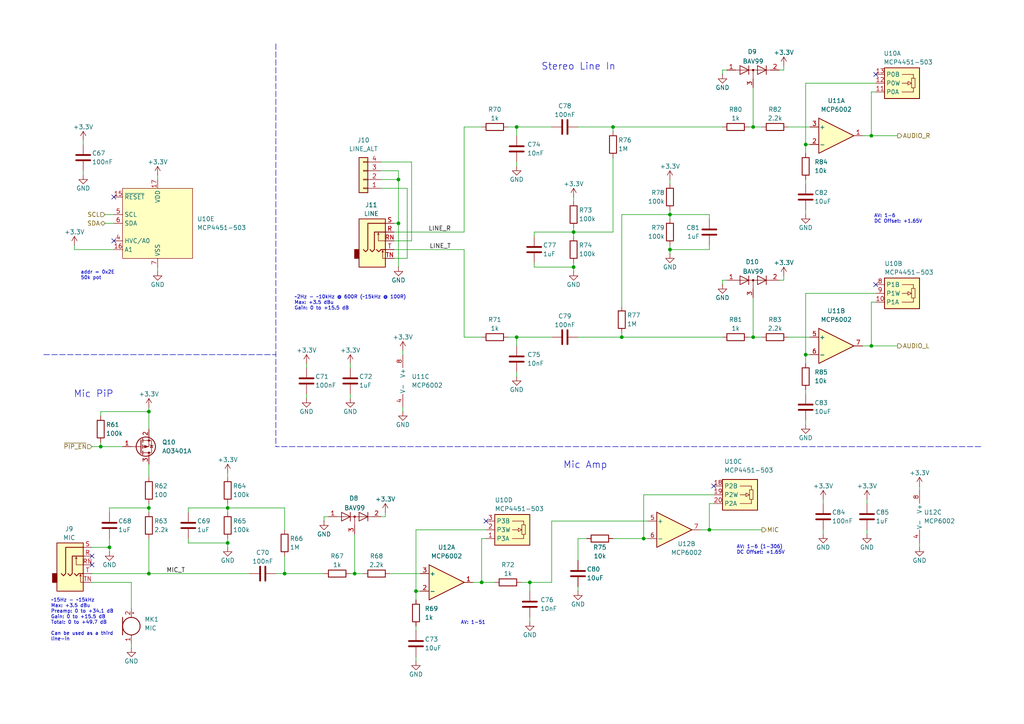
<source format=kicad_sch>
(kicad_sch (version 20231120) (generator "eeschema") (generator_version "8.0")
  (paper "A4")
  (title_block (title "SW32") (date "2024-06-12") (rev "1") (company "saawsm") (comment 2 "Gain can be controlled via firmware.") (comment 3 "Mono microphone input can also act as a third line-level input.") (comment 4 "Stereo line-level audio and mono microphone input frontend."))
  (junction (at 29.21 129.54))
  (junction (at 31.75 158.75))
  (junction (at 194.31 62.23))
  (junction (at 186.69 156.21))
  (junction (at 166.37 77.47))
  (junction (at 102.87 166.37))
  (junction (at 252.73 39.37))
  (junction (at 139.7 168.91))
  (junction (at 120.65 171.45))
  (junction (at 194.31 72.39))
  (junction (at 149.86 97.79))
  (junction (at 43.18 166.37))
  (junction (at 218.44 97.79))
  (junction (at 66.04 147.32))
  (junction (at 66.04 157.48))
  (junction (at 43.18 147.32))
  (junction (at 233.68 41.91))
  (junction (at 218.44 36.83))
  (junction (at 149.86 36.83))
  (junction (at 115.57 64.77))
  (junction (at 153.67 168.91))
  (junction (at 43.18 119.38))
  (junction (at 205.74 153.67))
  (junction (at 180.34 97.79))
  (junction (at 233.68 102.87))
  (junction (at 252.73 100.33))
  (junction (at 82.55 166.37))
  (junction (at 166.37 67.31))
  (junction (at 115.57 52.07))
  (junction (at 177.8 36.83))
  (no_connect (at 33.02 69.85))
  (no_connect (at 26.67 161.29))
  (no_connect (at 254 82.55))
  (no_connect (at 207.01 140.97))
  (no_connect (at 26.67 163.83))
  (no_connect (at 254 21.59))
  (no_connect (at 140.97 151.13))
  (no_connect (at 33.02 57.15))
  (wire (pts (xy 218.44 97.79) (xy 220.98 97.79)))
  (wire (pts (xy 147.32 36.83) (xy 149.86 36.83)))
  (wire (pts (xy 43.18 146.05) (xy 43.18 147.32)))
  (wire (pts (xy 251.46 154.94) (xy 251.46 153.67)))
  (wire (pts (xy 233.68 53.34) (xy 233.68 52.07)))
  (wire (pts (xy 114.3 69.85) (xy 119.38 69.85)))
  (wire (pts (xy 160.02 151.13) (xy 160.02 168.91)))
  (wire (pts (xy 21.59 71.12) (xy 21.59 72.39)))
  (wire (pts (xy 203.2 153.67) (xy 205.74 153.67)))
  (wire (pts (xy 120.65 182.88) (xy 120.65 181.61)))
  (wire (pts (xy 194.31 73.66) (xy 194.31 72.39)))
  (wire (pts (xy 120.65 171.45) (xy 121.92 171.45)))
  (wire (pts (xy 177.8 45.72) (xy 177.8 67.31)))
  (wire (pts (xy 217.17 36.83) (xy 218.44 36.83)))
  (wire (pts (xy 111.76 149.86) (xy 110.49 149.86)))
  (wire (pts (xy 167.64 156.21) (xy 170.18 156.21)))
  (wire (pts (xy 266.7 140.97) (xy 266.7 142.24)))
  (wire (pts (xy 227.33 20.32) (xy 226.06 20.32)))
  (wire (pts (xy 82.55 161.29) (xy 82.55 166.37)))
  (wire (pts (xy 101.6 166.37) (xy 102.87 166.37)))
  (wire (pts (xy 154.94 68.58) (xy 154.94 67.31)))
  (wire (pts (xy 111.76 148.59) (xy 111.76 149.86)))
  (wire (pts (xy 115.57 64.77) (xy 115.57 52.07)))
  (wire (pts (xy 227.33 81.28) (xy 226.06 81.28)))
  (wire (pts (xy 139.7 168.91) (xy 143.51 168.91)))
  (wire (pts (xy 54.61 148.59) (xy 54.61 147.32)))
  (wire (pts (xy 54.61 157.48) (xy 66.04 157.48)))
  (wire (pts (xy 43.18 118.11) (xy 43.18 119.38)))
  (wire (pts (xy 149.86 97.79) (xy 160.02 97.79)))
  (wire (pts (xy 233.68 102.87) (xy 233.68 105.41)))
  (wire (pts (xy 43.18 134.62) (xy 43.18 138.43)))
  (wire (pts (xy 45.72 50.8) (xy 45.72 52.07)))
  (wire (pts (xy 102.87 166.37) (xy 105.41 166.37)))
  (wire (pts (xy 154.94 77.47) (xy 166.37 77.47)))
  (wire (pts (xy 167.64 97.79) (xy 180.34 97.79)))
  (wire (pts (xy 166.37 57.15) (xy 166.37 58.42)))
  (wire (pts (xy 54.61 147.32) (xy 66.04 147.32)))
  (wire (pts (xy 254 26.67) (xy 252.73 26.67)))
  (wire (pts (xy 110.49 52.07) (xy 115.57 52.07)))
  (wire (pts (xy 114.3 67.31) (xy 134.62 67.31)))
  (wire (pts (xy 233.68 102.87) (xy 234.95 102.87)))
  (wire (pts (xy 252.73 39.37) (xy 260.35 39.37)))
  (wire (pts (xy 31.75 160.02) (xy 31.75 158.75)))
  (wire (pts (xy 43.18 166.37) (xy 72.39 166.37)))
  (wire (pts (xy 166.37 67.31) (xy 166.37 66.04)))
  (wire (pts (xy 233.68 85.09) (xy 254 85.09)))
  (wire (pts (xy 194.31 71.12) (xy 194.31 72.39)))
  (wire (pts (xy 38.1 168.91) (xy 38.1 176.53)))
  (wire (pts (xy 119.38 69.85) (xy 119.38 46.99)))
  (wire (pts (xy 194.31 52.07) (xy 194.31 53.34)))
  (wire (pts (xy 167.64 171.45) (xy 167.64 170.18)))
  (wire (pts (xy 24.13 40.64) (xy 24.13 41.91)))
  (wire (pts (xy 205.74 146.05) (xy 205.74 153.67)))
  (wire (pts (xy 54.61 156.21) (xy 54.61 157.48)))
  (wire (pts (xy 66.04 158.75) (xy 66.04 157.48)))
  (wire (pts (xy 137.16 168.91) (xy 139.7 168.91)))
  (wire (pts (xy 194.31 62.23) (xy 194.31 60.96)))
  (wire (pts (xy 115.57 49.53) (xy 115.57 52.07)))
  (wire (pts (xy 93.98 149.86) (xy 95.25 149.86)))
  (wire (pts (xy 29.21 129.54) (xy 35.56 129.54)))
  (wire (pts (xy 180.34 96.52) (xy 180.34 97.79)))
  (wire (pts (xy 177.8 36.83) (xy 177.8 38.1)))
  (wire (pts (xy 166.37 68.58) (xy 166.37 67.31)))
  (wire (pts (xy 167.64 156.21) (xy 167.64 162.56)))
  (wire (pts (xy 43.18 147.32) (xy 43.18 148.59)))
  (wire (pts (xy 66.04 147.32) (xy 82.55 147.32)))
  (wire (pts (xy 238.76 154.94) (xy 238.76 153.67)))
  (wire (pts (xy 218.44 86.36) (xy 218.44 97.79)))
  (wire (pts (xy 153.67 179.07) (xy 153.67 180.34)))
  (wire (pts (xy 250.19 39.37) (xy 252.73 39.37)))
  (wire (pts (xy 228.6 97.79) (xy 234.95 97.79)))
  (wire (pts (xy 207.01 146.05) (xy 205.74 146.05)))
  (wire (pts (xy 205.74 71.12) (xy 205.74 72.39)))
  (wire (pts (xy 134.62 97.79) (xy 134.62 72.39)))
  (wire (pts (xy 153.67 168.91) (xy 160.02 168.91)))
  (wire (pts (xy 251.46 144.78) (xy 251.46 146.05)))
  (wire (pts (xy 180.34 62.23) (xy 180.34 88.9)))
  (wire (pts (xy 26.67 129.54) (xy 29.21 129.54)))
  (wire (pts (xy 177.8 67.31) (xy 166.37 67.31)))
  (wire (pts (xy 149.86 97.79) (xy 149.86 100.33)))
  (wire (pts (xy 119.38 46.99) (xy 110.49 46.99)))
  (polyline (pts (xy 12.7 102.87) (xy 80.01 102.87)) (stroke (width 0) (type dash)))
  (wire (pts (xy 194.31 63.5) (xy 194.31 62.23)))
  (wire (pts (xy 31.75 158.75) (xy 31.75 156.21)))
  (wire (pts (xy 134.62 67.31) (xy 134.62 36.83)))
  (wire (pts (xy 167.64 36.83) (xy 177.8 36.83)))
  (wire (pts (xy 252.73 87.63) (xy 252.73 100.33)))
  (wire (pts (xy 120.65 171.45) (xy 120.65 173.99)))
  (wire (pts (xy 29.21 119.38) (xy 43.18 119.38)))
  (wire (pts (xy 238.76 144.78) (xy 238.76 146.05)))
  (wire (pts (xy 177.8 36.83) (xy 209.55 36.83)))
  (wire (pts (xy 43.18 119.38) (xy 43.18 124.46)))
  (wire (pts (xy 209.55 81.28) (xy 210.82 81.28)))
  (wire (pts (xy 82.55 153.67) (xy 82.55 147.32)))
  (wire (pts (xy 140.97 156.21) (xy 139.7 156.21)))
  (wire (pts (xy 88.9 115.57) (xy 88.9 114.3)))
  (wire (pts (xy 205.74 63.5) (xy 205.74 62.23)))
  (wire (pts (xy 101.6 105.41) (xy 101.6 106.68)))
  (wire (pts (xy 250.19 100.33) (xy 252.73 100.33)))
  (wire (pts (xy 205.74 153.67) (xy 220.98 153.67)))
  (wire (pts (xy 139.7 156.21) (xy 139.7 168.91)))
  (wire (pts (xy 118.11 74.93) (xy 114.3 74.93)))
  (wire (pts (xy 151.13 168.91) (xy 153.67 168.91)))
  (wire (pts (xy 205.74 62.23) (xy 194.31 62.23)))
  (wire (pts (xy 233.68 123.19) (xy 233.68 121.92)))
  (wire (pts (xy 26.67 158.75) (xy 31.75 158.75)))
  (wire (pts (xy 30.48 64.77) (xy 33.02 64.77)))
  (wire (pts (xy 24.13 50.8) (xy 24.13 49.53)))
  (wire (pts (xy 115.57 77.47) (xy 115.57 64.77)))
  (wire (pts (xy 116.84 101.6) (xy 116.84 102.87)))
  (wire (pts (xy 66.04 148.59) (xy 66.04 147.32)))
  (wire (pts (xy 252.73 100.33) (xy 260.35 100.33)))
  (wire (pts (xy 233.68 41.91) (xy 233.68 44.45)))
  (wire (pts (xy 177.8 156.21) (xy 186.69 156.21)))
  (polyline (pts (xy 80.01 12.7) (xy 80.01 129.54)) (stroke (width 0) (type dash)))
  (wire (pts (xy 227.33 80.01) (xy 227.33 81.28)))
  (wire (pts (xy 154.94 67.31) (xy 166.37 67.31)))
  (wire (pts (xy 166.37 78.74) (xy 166.37 77.47)))
  (wire (pts (xy 118.11 54.61) (xy 118.11 74.93)))
  (wire (pts (xy 110.49 49.53) (xy 115.57 49.53)))
  (wire (pts (xy 120.65 191.77) (xy 120.65 190.5)))
  (wire (pts (xy 187.96 151.13) (xy 160.02 151.13)))
  (wire (pts (xy 209.55 20.32) (xy 210.82 20.32)))
  (wire (pts (xy 115.57 64.77) (xy 114.3 64.77)))
  (polyline (pts (xy 284.48 129.54) (xy 80.01 129.54)) (stroke (width 0) (type dash)))
  (wire (pts (xy 21.59 72.39) (xy 33.02 72.39)))
  (wire (pts (xy 147.32 97.79) (xy 149.86 97.79)))
  (wire (pts (xy 88.9 105.41) (xy 88.9 106.68)))
  (wire (pts (xy 233.68 41.91) (xy 234.95 41.91)))
  (wire (pts (xy 43.18 156.21) (xy 43.18 166.37)))
  (wire (pts (xy 186.69 156.21) (xy 187.96 156.21)))
  (wire (pts (xy 139.7 97.79) (xy 134.62 97.79)))
  (wire (pts (xy 233.68 114.3) (xy 233.68 113.03)))
  (wire (pts (xy 114.3 72.39) (xy 134.62 72.39)))
  (wire (pts (xy 82.55 166.37) (xy 80.01 166.37)))
  (wire (pts (xy 31.75 148.59) (xy 31.75 147.32)))
  (wire (pts (xy 227.33 19.05) (xy 227.33 20.32)))
  (wire (pts (xy 218.44 36.83) (xy 220.98 36.83)))
  (wire (pts (xy 166.37 76.2) (xy 166.37 77.47)))
  (wire (pts (xy 66.04 147.32) (xy 66.04 146.05)))
  (wire (pts (xy 134.62 36.83) (xy 139.7 36.83)))
  (wire (pts (xy 102.87 154.94) (xy 102.87 166.37)))
  (wire (pts (xy 209.55 21.59) (xy 209.55 20.32)))
  (wire (pts (xy 153.67 171.45) (xy 153.67 168.91)))
  (wire (pts (xy 38.1 168.91) (xy 26.67 168.91)))
  (wire (pts (xy 116.84 118.11) (xy 116.84 119.38)))
  (wire (pts (xy 266.7 157.48) (xy 266.7 158.75)))
  (wire (pts (xy 66.04 137.16) (xy 66.04 138.43)))
  (wire (pts (xy 233.68 24.13) (xy 233.68 41.91)))
  (wire (pts (xy 233.68 62.23) (xy 233.68 60.96)))
  (wire (pts (xy 233.68 24.13) (xy 254 24.13)))
  (wire (pts (xy 186.69 143.51) (xy 207.01 143.51)))
  (wire (pts (xy 120.65 153.67) (xy 140.97 153.67)))
  (wire (pts (xy 186.69 143.51) (xy 186.69 156.21)))
  (wire (pts (xy 149.86 36.83) (xy 160.02 36.83)))
  (wire (pts (xy 180.34 62.23) (xy 194.31 62.23)))
  (wire (pts (xy 82.55 166.37) (xy 93.98 166.37)))
  (wire (pts (xy 205.74 72.39) (xy 194.31 72.39)))
  (wire (pts (xy 113.03 166.37) (xy 121.92 166.37)))
  (wire (pts (xy 209.55 82.55) (xy 209.55 81.28)))
  (wire (pts (xy 218.44 25.4) (xy 218.44 36.83)))
  (wire (pts (xy 45.72 77.47) (xy 45.72 78.74)))
  (wire (pts (xy 30.48 62.23) (xy 33.02 62.23)))
  (wire (pts (xy 120.65 153.67) (xy 120.65 171.45)))
  (wire (pts (xy 149.86 36.83) (xy 149.86 39.37)))
  (wire (pts (xy 38.1 186.69) (xy 38.1 187.96)))
  (wire (pts (xy 254 87.63) (xy 252.73 87.63)))
  (wire (pts (xy 66.04 156.21) (xy 66.04 157.48)))
  (wire (pts (xy 228.6 36.83) (xy 234.95 36.83)))
  (wire (pts (xy 154.94 76.2) (xy 154.94 77.47)))
  (wire (pts (xy 31.75 147.32) (xy 43.18 147.32)))
  (wire (pts (xy 29.21 128.27) (xy 29.21 129.54)))
  (wire (pts (xy 149.86 46.99) (xy 149.86 48.26)))
  (wire (pts (xy 26.67 166.37) (xy 43.18 166.37)))
  (wire (pts (xy 217.17 97.79) (xy 218.44 97.79)))
  (wire (pts (xy 180.34 97.79) (xy 209.55 97.79)))
  (wire (pts (xy 149.86 107.95) (xy 149.86 109.22)))
  (wire (pts (xy 252.73 26.67) (xy 252.73 39.37)))
  (wire (pts (xy 101.6 115.57) (xy 101.6 114.3)))
  (wire (pts (xy 93.98 151.13) (xy 93.98 149.86)))
  (wire (pts (xy 110.49 54.61) (xy 118.11 54.61)))
  (wire (pts (xy 233.68 85.09) (xy 233.68 102.87)))
  (wire (pts (xy 29.21 119.38) (xy 29.21 120.65)))
  (text "AV: 1-6 (1-306)\nDC Offset: +1.65V" (at 213.614 159.512 0) (effects (font (size 1 1)) (justify left)))
  (text "Mic PiP" (at 21.336 115.57 0) (effects (font (size 2 2)) (justify left bottom)))
  (text "Stereo Line In" (at 156.972 20.574 0) (effects (font (size 2 2)) (justify left bottom)))
  (text "~2Hz - ~10kHz @ 600R (~15kHz @ 100R)\nMax: +3.5 dBu\nGain: 0 to +15.5 dB" (at 85.344 87.884 0) (effects (font (size 1 1)) (justify left)))
  (text "addr = 0x2E\n50k pot" (at 23.368 81.28 0) (effects (font (size 1 1)) (justify left bottom)))
  (text "Mic Amp" (at 163.322 136.144 0) (effects (font (size 2 2)) (justify left bottom)))
  (text "~15Hz - ~15kHz\nMax: +3.5 dBu\nPreamp: 0 to +34.1 dB\nGain: 0 to +15.5 dB \nTotal: 0 to +49.7 dB\n\nCan be used as a third\nline-in" (at 14.732 179.832 0) (effects (font (size 1 1)) (justify left)))
  (text "AV: 1-51" (at 133.604 180.086 0) (effects (font (size 1 1)) (justify left top)))
  (text "AV: 1-6\nDC Offset: +1.65V\n" (at 253.492 63.5 0) (effects (font (size 1 1)) (justify left)))
  (label "LINE_R" (at 130.81 67.31 180))
  (label "MIC_T" (at 48.26 166.37 0))
  (label "LINE_T" (at 130.81 72.39 180))
  (hierarchical_label "SCL" (shape input) (at 30.48 62.23 180))
  (hierarchical_label "AUDIO_L" (shape output) (at 260.35 100.33 0))
  (hierarchical_label "~{PIP_EN}" (shape input) (at 26.67 129.54 180))
  (hierarchical_label "AUDIO_R" (shape output) (at 260.35 39.37 0))
  (hierarchical_label "SDA" (shape bidirectional) (at 30.48 64.77 180))
  (hierarchical_label "MIC" (shape output) (at 220.98 153.67 0))
  (symbol (lib_id "Device:C") (at 153.67 175.26 0) (unit 1)
    (property "Reference" "C76" (at 156.718 173.99 0) (effects (justify left)))
    (property "Value" "10nF" (at 156.718 176.53 0) (effects (justify left)))
    (property "Footprint" "Capacitor_SMD:C_0603_1608Metric" (effects (hide yes)))
    (property "Datasheet" "https://www.lcsc.com/datasheet/lcsc_datasheet_2304140030_FH--Guangdong-Fenghua-Advanced-Tech-0603B103K500NT_C57112.pdf" (effects (hide yes)))
    (property "Description" "Unpolarized capacitor" (effects (hide yes)))
    (property "LCSC" "C57112" (effects (hide yes)))
    (property "Service" "PCBA" (effects (hide yes)))
  )
  (symbol (lib_id "Device:R") (at 177.8 41.91 180) (unit 1)
    (property "Reference" "R76" (at 179.324 40.64 0) (effects (justify right)))
    (property "Value" "1M" (at 179.324 43.18 0) (effects (justify right)))
    (property "Footprint" "Resistor_SMD:R_0603_1608Metric" (effects (hide yes)))
    (property "Datasheet" "https://www.lcsc.com/datasheet/lcsc_datasheet_2206010130_UNI-ROYAL-Uniroyal-Elec-0603WAF1004T5E_C22935.pdf" (effects (hide yes)))
    (property "Description" "Resistor" (effects (hide yes)))
    (property "LCSC" "C22935" (effects (hide yes)))
    (property "Service" "PCBA" (effects (hide yes)))
  )
  (symbol (lib_id "Device:R") (at 82.55 157.48 180) (unit 1)
    (property "Reference" "R66" (at 84.074 156.21 0) (effects (justify right)))
    (property "Value" "1M" (at 84.074 158.75 0) (effects (justify right)))
    (property "Footprint" "Resistor_SMD:R_0603_1608Metric" (effects (hide yes)))
    (property "Datasheet" "https://www.lcsc.com/datasheet/lcsc_datasheet_2206010130_UNI-ROYAL-Uniroyal-Elec-0603WAF1004T5E_C22935.pdf" (effects (hide yes)))
    (property "Description" "Resistor" (effects (hide yes)))
    (property "LCSC" "C22935" (effects (hide yes)))
    (property "Service" "PCBA" (effects (hide yes)))
  )
  (symbol (lib_id "Device:C") (at 54.61 152.4 0) (unit 1)
    (property "Reference" "C69" (at 57.15 151.13 0) (effects (justify left)))
    (property "Value" "1uF" (at 57.15 153.67 0) (effects (justify left)))
    (property "Footprint" "Capacitor_SMD:C_0603_1608Metric" (effects (hide yes)))
    (property "Datasheet" "https://www.lcsc.com/datasheet/lcsc_datasheet_2304140030_Samsung-Electro-Mechanics-CL10A105KB8NNNC_C15849.pdf" (effects (hide yes)))
    (property "Description" "Unpolarized capacitor" (effects (hide yes)))
    (property "LCSC" "C15849" (effects (hide yes)))
    (property "Service" "PCBA" (effects (hide yes)))
  )
  (symbol (lib_id "power:GND") (at 93.98 151.13 0) (mirror y) (unit 1)
    (property "Reference" "#PWR0143" (effects (hide yes)))
    (property "Value" "GND" (at 93.98 154.94 0))
    (property "Description" "Power symbol creates a global label with name \"GND\" , ground" (effects (hide yes)))
  )
  (symbol (lib_id "Device:C") (at 101.6 110.49 0) (unit 1)
    (property "Reference" "C72" (at 104.14 109.22 0) (effects (justify left)))
    (property "Value" "1uF" (at 104.14 111.76 0) (effects (justify left)))
    (property "Footprint" "Capacitor_SMD:C_0603_1608Metric" (effects (hide yes)))
    (property "Datasheet" "https://www.lcsc.com/datasheet/lcsc_datasheet_2304140030_Samsung-Electro-Mechanics-CL10A105KB8NNNC_C15849.pdf" (effects (hide yes)))
    (property "Description" "Unpolarized capacitor" (effects (hide yes)))
    (property "LCSC" "C15849" (effects (hide yes)))
    (property "Service" "PCBA" (effects (hide yes)))
  )
  (symbol (lib_id "power:+3.3V") (at 111.76 148.59 0) (mirror y) (unit 1)
    (property "Reference" "#PWR0146" (effects (hide yes)))
    (property "Value" "+3.3V" (at 111.76 144.78 0))
    (property "Description" "Power symbol creates a global label with name \"+3.3V\"" (effects (hide yes)))
  )
  (symbol (lib_id "power:GND") (at 251.46 154.94 0) (mirror y) (unit 1)
    (property "Reference" "#PWR0168" (effects (hide yes)))
    (property "Value" "GND" (at 251.46 158.75 0))
    (property "Description" "Power symbol creates a global label with name \"GND\" , ground" (effects (hide yes)))
  )
  (symbol (lib_id "power:+3.3V") (at 238.76 144.78 0) (mirror y) (unit 1)
    (property "Reference" "#PWR0165" (effects (hide yes)))
    (property "Value" "+3.3V" (at 238.76 140.97 0))
    (property "Description" "Power symbol creates a global label with name \"+3.3V\"" (effects (hide yes)))
  )
  (symbol (lib_id "power:GND") (at 149.86 109.22 0) (mirror y) (unit 1)
    (property "Reference" "#PWR0152" (effects (hide yes)))
    (property "Value" "GND" (at 149.86 113.03 0))
    (property "Description" "Power symbol creates a global label with name \"GND\" , ground" (effects (hide yes)))
  )
  (symbol (lib_id "Device:C") (at 238.76 149.86 0) (unit 1)
    (property "Reference" "C84" (at 241.3 148.59 0) (effects (justify left)))
    (property "Value" "100nF" (at 241.3 151.13 0) (effects (justify left)))
    (property "Footprint" "Capacitor_SMD:C_0603_1608Metric" (effects (hide yes)))
    (property "Datasheet" "https://www.lcsc.com/datasheet/lcsc_datasheet_2211101700_YAGEO-CC0603KRX7R9BB104_C14663.pdf" (effects (hide yes)))
    (property "Description" "Unpolarized capacitor" (effects (hide yes)))
    (property "LCSC" "C14663" (effects (hide yes)))
    (property "Service" "PCBA" (effects (hide yes)))
  )
  (symbol (lib_id "power:GND") (at 101.6 115.57 0) (mirror y) (unit 1)
    (property "Reference" "#PWR0145" (effects (hide yes)))
    (property "Value" "GND" (at 101.6 119.38 0))
    (property "Description" "Power symbol creates a global label with name \"GND\" , ground" (effects (hide yes)))
  )
  (symbol (lib_id "Device:R") (at 194.31 67.31 0) (mirror x) (unit 1)
    (property "Reference" "R79" (at 192.786 66.04 0) (effects (justify right)))
    (property "Value" "100k" (at 192.786 68.58 0) (effects (justify right)))
    (property "Footprint" "Resistor_SMD:R_0603_1608Metric" (effects (hide yes)))
    (property "Datasheet" "https://www.lcsc.com/datasheet/lcsc_datasheet_2206010045_UNI-ROYAL-Uniroyal-Elec-0603WAF1003T5E_C25803.pdf" (effects (hide yes)))
    (property "Description" "Resistor" (effects (hide yes)))
    (property "LCSC" "C25803" (effects (hide yes)))
    (property "Service" "PCBA" (effects (hide yes)))
  )
  (symbol (lib_id "Device:C") (at 31.75 152.4 0) (unit 1)
    (property "Reference" "C68" (at 34.29 151.13 0) (effects (justify left)))
    (property "Value" "1uF" (at 34.29 153.67 0) (effects (justify left)))
    (property "Footprint" "Capacitor_SMD:C_0603_1608Metric" (effects (hide yes)))
    (property "Datasheet" "https://www.lcsc.com/datasheet/lcsc_datasheet_2304140030_Samsung-Electro-Mechanics-CL10A105KB8NNNC_C15849.pdf" (effects (hide yes)))
    (property "Description" "Unpolarized capacitor" (effects (hide yes)))
    (property "LCSC" "C15849" (effects (hide yes)))
    (property "Service" "PCBA" (effects (hide yes)))
  )
  (symbol (lib_id "power:GND") (at 66.04 158.75 0) (unit 1)
    (property "Reference" "#PWR0140" (effects (hide yes)))
    (property "Value" "GND" (at 66.04 162.56 0))
    (property "Description" "Power symbol creates a global label with name \"GND\" , ground" (effects (hide yes)))
  )
  (symbol (lib_id "Amplifier_Operational:MCP6002-xMS") (at 269.24 149.86 0) (unit 3)
    (property "Reference" "U12" (at 267.97 148.5899 0) (effects (justify left)))
    (property "Value" "MCP6002" (at 267.97 151.1299 0) (effects (justify left)))
    (property "Footprint" "Package_SO:MSOP-8_3x3mm_P0.65mm" (effects (hide yes)))
    (property "Datasheet" "https://www.lcsc.com/datasheet/lcsc_datasheet_2106080236_Microchip-Tech-MCP6002T-I-MS_C2652308.pdf" (effects (hide yes)))
    (property "Description" "1MHz, Low-Power Op Amp, MSOP-8" (effects (hide yes)))
    (property "LCSC" "C2652308" (effects (hide yes)))
    (property "Service" "PCBA" (effects (hide yes)))
  )
  (symbol (lib_id "Diode:BAV99") (at 102.87 149.86 0) (unit 1)
    (property "Reference" "D8" (at 102.616 144.526 0))
    (property "Value" "BAV99" (at 102.87 147.32 0))
    (property "Footprint" "Package_TO_SOT_SMD:SOT-23" (effects (hide yes)))
    (property "Datasheet" "https://www.lcsc.com/datasheet/lcsc_datasheet_2304140030_Nexperia-BAV99-215_C2500.pdf" (effects (hide yes)))
    (property "Description" "BAV99 High-speed switching diodes, SOT-23" (effects (hide yes)))
    (property "LCSC" "C2500" (effects (hide yes)))
    (property "Service" "PCBA" (effects (hide yes)))
  )
  (symbol (lib_id "power:+3.3V") (at 88.9 105.41 0) (mirror y) (unit 1)
    (property "Reference" "#PWR0141" (effects (hide yes)))
    (property "Value" "+3.3V" (at 88.9 101.6 0))
    (property "Description" "Power symbol creates a global label with name \"+3.3V\"" (effects (hide yes)))
  )
  (symbol (lib_id "power:GND") (at 238.76 154.94 0) (mirror y) (unit 1)
    (property "Reference" "#PWR0166" (effects (hide yes)))
    (property "Value" "GND" (at 238.76 158.75 0))
    (property "Description" "Power symbol creates a global label with name \"GND\" , ground" (effects (hide yes)))
  )
  (symbol (lib_id "power:+3.3V") (at 43.18 118.11 0) (mirror y) (unit 1)
    (property "Reference" "#PWR0136" (effects (hide yes)))
    (property "Value" "+3.3V" (at 43.18 114.3 0))
    (property "Description" "Power symbol creates a global label with name \"+3.3V\"" (effects (hide yes)))
  )
  (symbol (lib_id "Amplifier_Operational:MCP6002-xMS") (at 119.38 110.49 0) (unit 3)
    (property "Reference" "U11" (at 119.38 109.2199 0) (effects (justify left)))
    (property "Value" "MCP6002" (at 119.38 111.7599 0) (effects (justify left)))
    (property "Footprint" "Package_SO:MSOP-8_3x3mm_P0.65mm" (effects (hide yes)))
    (property "Datasheet" "https://www.lcsc.com/datasheet/lcsc_datasheet_2106080236_Microchip-Tech-MCP6002T-I-MS_C2652308.pdf" (effects (hide yes)))
    (property "Description" "1MHz, Low-Power Op Amp, MSOP-8" (effects (hide yes)))
    (property "LCSC" "C2652308" (effects (hide yes)))
    (property "Service" "PCBA" (effects (hide yes)))
  )
  (symbol (lib_id "power:GND") (at 167.64 171.45 0) (mirror y) (unit 1)
    (property "Reference" "#PWR0156" (effects (hide yes)))
    (property "Value" "GND" (at 167.64 175.26 0))
    (property "Description" "Power symbol creates a global label with name \"GND\" , ground" (effects (hide yes)))
  )
  (symbol (lib_id "power:GND") (at 209.55 21.59 0) (mirror y) (unit 1)
    (property "Reference" "#PWR0159" (effects (hide yes)))
    (property "Value" "GND" (at 209.55 25.4 0))
    (property "Description" "Power symbol creates a global label with name \"GND\" , ground" (effects (hide yes)))
  )
  (symbol (lib_id "power:+3.3V") (at 227.33 80.01 0) (mirror y) (unit 1)
    (property "Reference" "#PWR0162" (effects (hide yes)))
    (property "Value" "+3.3V" (at 227.33 76.2 0))
    (property "Description" "Power symbol creates a global label with name \"+3.3V\"" (effects (hide yes)))
  )
  (symbol (lib_id "Device:R") (at 43.18 142.24 180) (unit 1)
    (property "Reference" "R62" (at 44.704 140.97 0) (effects (justify right)))
    (property "Value" "100" (at 44.704 143.51 0) (effects (justify right)))
    (property "Footprint" "Resistor_SMD:R_0603_1608Metric" (effects (hide yes)))
    (property "Datasheet" "https://www.lcsc.com/datasheet/lcsc_datasheet_2206010130_UNI-ROYAL-Uniroyal-Elec-0603WAF1000T5E_C22775.pdf" (effects (hide yes)))
    (property "Description" "Resistor" (effects (hide yes)))
    (property "LCSC" "C22775" (effects (hide yes)))
    (property "Service" "PCBA" (effects (hide yes)))
  )
  (symbol (lib_id "Device:C") (at 251.46 149.86 0) (unit 1)
    (property "Reference" "C85" (at 254 148.59 0) (effects (justify left)))
    (property "Value" "1uF" (at 254 151.13 0) (effects (justify left)))
    (property "Footprint" "Capacitor_SMD:C_0603_1608Metric" (effects (hide yes)))
    (property "Datasheet" "https://www.lcsc.com/datasheet/lcsc_datasheet_2304140030_Samsung-Electro-Mechanics-CL10A105KB8NNNC_C15849.pdf" (effects (hide yes)))
    (property "Description" "Unpolarized capacitor" (effects (hide yes)))
    (property "LCSC" "C15849" (effects (hide yes)))
    (property "Service" "PCBA" (effects (hide yes)))
  )
  (symbol (lib_id "power:+3.3V") (at 227.33 19.05 0) (mirror y) (unit 1)
    (property "Reference" "#PWR0161" (effects (hide yes)))
    (property "Value" "+3.3V" (at 227.33 15.24 0))
    (property "Description" "Power symbol creates a global label with name \"+3.3V\"" (effects (hide yes)))
  )
  (symbol (lib_id "power:+3.3V") (at 24.13 40.64 0) (mirror y) (unit 1)
    (property "Reference" "#PWR0132" (effects (hide yes)))
    (property "Value" "+3.3V" (at 24.13 36.83 0))
    (property "Description" "Power symbol creates a global label with name \"+3.3V\"" (effects (hide yes)))
  )
  (symbol (lib_id "Potentiometer_Digital:MCP4451-xxxx-ST") (at 261.62 24.13 0) (unit 1)
    (property "Reference" "U10" (at 256.286 15.494 0) (effects (justify left)))
    (property "Value" "MCP4451-503" (at 256.286 18.034 0) (effects (justify left)))
    (property "Footprint" "Package_SO:TSSOP-20_4.4x6.5mm_P0.65mm" (effects (hide yes)))
    (property "Datasheet" "https://www.lcsc.com/datasheet/lcsc_datasheet_2007311704_Microchip-Tech-MCP4451-503E-ST_C638706.pdf" (effects (hide yes)))
    (property "Description" "Quad 8 Bit Digital Potentiometer, I²C, Volatile Memory, TSSOP-20" (effects (hide yes)))
    (property "LCSC" "C638706" (effects (hide yes)))
    (property "Service" "PCBA" (effects (hide yes)))
  )
  (symbol (lib_id "power:GND") (at 233.68 62.23 0) (mirror y) (unit 1)
    (property "Reference" "#PWR0163" (effects (hide yes)))
    (property "Value" "GND" (at 233.68 66.04 0))
    (property "Description" "Power symbol creates a global label with name \"GND\" , ground" (effects (hide yes)))
  )
  (symbol (lib_id "Connector_Audio:AudioJack3_SwitchTR") (at 21.59 161.29 0) (unit 1)
    (property "Reference" "J9" (at 20.066 153.416 0))
    (property "Value" "MIC" (at 20.066 155.956 0))
    (property "Footprint" "SaawLib:PJ-3062-CO" (effects (hide yes)))
    (property "Datasheet" "https://www.lcsc.com/datasheet/lcsc_datasheet_2110151630_XKB-Connection-PJ-3062-CO_C319113.pdf" (effects (hide yes)))
    (property "Description" "Audio Jack, 3 Poles (Stereo / TRS), Switched TR Poles (Normalling)" (effects (hide yes)))
    (property "LCSC" "C319113" (effects (hide yes)))
    (property "Service" "HandAssembly" (effects (hide yes)))
  )
  (symbol (lib_id "Device:R") (at 166.37 72.39 180) (unit 1)
    (property "Reference" "R74" (at 167.894 71.12 0) (effects (justify right)))
    (property "Value" "100k" (at 167.894 73.66 0) (effects (justify right)))
    (property "Footprint" "Resistor_SMD:R_0603_1608Metric" (effects (hide yes)))
    (property "Datasheet" "https://www.lcsc.com/datasheet/lcsc_datasheet_2206010045_UNI-ROYAL-Uniroyal-Elec-0603WAF1003T5E_C25803.pdf" (effects (hide yes)))
    (property "Description" "Resistor" (effects (hide yes)))
    (property "LCSC" "C25803" (effects (hide yes)))
    (property "Service" "PCBA" (effects (hide yes)))
  )
  (symbol (lib_id "Device:R") (at 29.21 124.46 180) (unit 1)
    (property "Reference" "R61" (at 30.734 123.19 0) (effects (justify right)))
    (property "Value" "100k" (at 30.734 125.73 0) (effects (justify right)))
    (property "Footprint" "Resistor_SMD:R_0603_1608Metric" (effects (hide yes)))
    (property "Datasheet" "https://www.lcsc.com/datasheet/lcsc_datasheet_2206010045_UNI-ROYAL-Uniroyal-Elec-0603WAF1003T5E_C25803.pdf" (effects (hide yes)))
    (property "Description" "Resistor" (effects (hide yes)))
    (property "LCSC" "C25803" (effects (hide yes)))
    (property "Service" "PCBA" (effects (hide yes)))
  )
  (symbol (lib_id "power:+3.3V") (at 101.6 105.41 0) (mirror y) (unit 1)
    (property "Reference" "#PWR0144" (effects (hide yes)))
    (property "Value" "+3.3V" (at 101.6 101.6 0))
    (property "Description" "Power symbol creates a global label with name \"+3.3V\"" (effects (hide yes)))
  )
  (symbol (lib_id "power:+3.3V") (at 66.04 137.16 0) (unit 1)
    (property "Reference" "#PWR0139" (effects (hide yes)))
    (property "Value" "+3.3V" (at 66.04 133.35 0))
    (property "Description" "Power symbol creates a global label with name \"+3.3V\"" (effects (hide yes)))
  )
  (symbol (lib_id "power:GND") (at 115.57 77.47 0) (mirror y) (unit 1)
    (property "Reference" "#PWR0147" (effects (hide yes)))
    (property "Value" "GND" (at 115.57 81.28 0))
    (property "Description" "Power symbol creates a global label with name \"GND\" , ground" (effects (hide yes)))
  )
  (symbol (lib_id "Device:C") (at 149.86 43.18 0) (unit 1)
    (property "Reference" "C74" (at 152.908 41.91 0) (effects (justify left)))
    (property "Value" "10nF" (at 152.908 44.45 0) (effects (justify left)))
    (property "Footprint" "Capacitor_SMD:C_0603_1608Metric" (effects (hide yes)))
    (property "Datasheet" "https://www.lcsc.com/datasheet/lcsc_datasheet_2304140030_FH--Guangdong-Fenghua-Advanced-Tech-0603B103K500NT_C57112.pdf" (effects (hide yes)))
    (property "Description" "Unpolarized capacitor" (effects (hide yes)))
    (property "LCSC" "C57112" (effects (hide yes)))
    (property "Service" "PCBA" (effects (hide yes)))
  )
  (symbol (lib_id "Amplifier_Operational:MCP6002-xMS") (at 242.57 100.33 0) (unit 2)
    (property "Reference" "U11" (at 242.57 90.17 0))
    (property "Value" "MCP6002" (at 242.57 92.71 0))
    (property "Footprint" "Package_SO:MSOP-8_3x3mm_P0.65mm" (effects (hide yes)))
    (property "Datasheet" "https://www.lcsc.com/datasheet/lcsc_datasheet_2106080236_Microchip-Tech-MCP6002T-I-MS_C2652308.pdf" (effects (hide yes)))
    (property "Description" "1MHz, Low-Power Op Amp, MSOP-8" (effects (hide yes)))
    (property "LCSC" "C2652308" (effects (hide yes)))
    (property "Service" "PCBA" (effects (hide yes)))
  )
  (symbol (lib_id "Device:R") (at 213.36 36.83 270) (unit 1)
    (property "Reference" "R80" (at 213.36 31.75 90))
    (property "Value" "1k" (at 213.36 34.29 90))
    (property "Footprint" "Resistor_SMD:R_0603_1608Metric" (effects (hide yes)))
    (property "Datasheet" "https://www.lcsc.com/datasheet/lcsc_datasheet_2206010130_UNI-ROYAL-Uniroyal-Elec-0603WAF1001T5E_C21190.pdf" (effects (hide yes)))
    (property "Description" "Resistor" (effects (hide yes)))
    (property "LCSC" "C21190" (effects (hide yes)))
    (property "Service" "PCBA" (effects (hide yes)))
  )
  (symbol (lib_id "Amplifier_Operational:MCP6002-xMS") (at 242.57 39.37 0) (unit 1)
    (property "Reference" "U11" (at 242.57 29.21 0))
    (property "Value" "MCP6002" (at 242.57 31.75 0))
    (property "Footprint" "Package_SO:MSOP-8_3x3mm_P0.65mm" (effects (hide yes)))
    (property "Datasheet" "https://www.lcsc.com/datasheet/lcsc_datasheet_2106080236_Microchip-Tech-MCP6002T-I-MS_C2652308.pdf" (effects (hide yes)))
    (property "Description" "1MHz, Low-Power Op Amp, MSOP-8" (effects (hide yes)))
    (property "LCSC" "C2652308" (effects (hide yes)))
    (property "Service" "PCBA" (effects (hide yes)))
  )
  (symbol (lib_id "Amplifier_Operational:MCP6002-xMS") (at 195.58 153.67 0) (unit 2)
    (property "Reference" "U12" (at 199.136 157.734 0))
    (property "Value" "MCP6002" (at 199.136 160.274 0))
    (property "Footprint" "Package_SO:MSOP-8_3x3mm_P0.65mm" (effects (hide yes)))
    (property "Datasheet" "https://www.lcsc.com/datasheet/lcsc_datasheet_2106080236_Microchip-Tech-MCP6002T-I-MS_C2652308.pdf" (effects (hide yes)))
    (property "Description" "1MHz, Low-Power Op Amp, MSOP-8" (effects (hide yes)))
    (property "LCSC" "C2652308" (effects (hide yes)))
    (property "Service" "PCBA" (effects (hide yes)))
  )
  (symbol (lib_id "power:+3.3V") (at 166.37 57.15 0) (unit 1)
    (property "Reference" "#PWR0154" (effects (hide yes)))
    (property "Value" "+3.3V" (at 166.37 53.34 0))
    (property "Description" "Power symbol creates a global label with name \"+3.3V\"" (effects (hide yes)))
  )
  (symbol (lib_id "power:GND") (at 45.72 78.74 0) (mirror y) (unit 1)
    (property "Reference" "#PWR0138" (effects (hide yes)))
    (property "Value" "GND" (at 45.72 82.55 0))
    (property "Description" "Power symbol creates a global label with name \"GND\" , ground" (effects (hide yes)))
  )
  (symbol (lib_id "power:GND") (at 166.37 78.74 0) (unit 1)
    (property "Reference" "#PWR0155" (effects (hide yes)))
    (property "Value" "GND" (at 166.37 82.55 0))
    (property "Description" "Power symbol creates a global label with name \"GND\" , ground" (effects (hide yes)))
  )
  (symbol (lib_id "power:GND") (at 209.55 82.55 0) (mirror y) (unit 1)
    (property "Reference" "#PWR0160" (effects (hide yes)))
    (property "Value" "GND" (at 209.55 86.36 0))
    (property "Description" "Power symbol creates a global label with name \"GND\" , ground" (effects (hide yes)))
  )
  (symbol (lib_id "power:GND") (at 116.84 119.38 0) (mirror y) (unit 1)
    (property "Reference" "#PWR0149" (effects (hide yes)))
    (property "Value" "GND" (at 116.84 123.19 0))
    (property "Description" "Power symbol creates a global label with name \"GND\" , ground" (effects (hide yes)))
  )
  (symbol (lib_id "power:GND") (at 153.67 180.34 0) (mirror y) (unit 1)
    (property "Reference" "#PWR0153" (effects (hide yes)))
    (property "Value" "GND" (at 153.67 184.15 0))
    (property "Description" "Power symbol creates a global label with name \"GND\" , ground" (effects (hide yes)))
  )
  (symbol (lib_id "Device:R") (at 66.04 152.4 180) (unit 1)
    (property "Reference" "R65" (at 67.564 151.13 0) (effects (justify right)))
    (property "Value" "100k" (at 67.564 153.67 0) (effects (justify right)))
    (property "Footprint" "Resistor_SMD:R_0603_1608Metric" (effects (hide yes)))
    (property "Datasheet" "https://www.lcsc.com/datasheet/lcsc_datasheet_2206010045_UNI-ROYAL-Uniroyal-Elec-0603WAF1003T5E_C25803.pdf" (effects (hide yes)))
    (property "Description" "Resistor" (effects (hide yes)))
    (property "LCSC" "C25803" (effects (hide yes)))
    (property "Service" "PCBA" (effects (hide yes)))
  )
  (symbol (lib_id "power:GND") (at 88.9 115.57 0) (mirror y) (unit 1)
    (property "Reference" "#PWR0142" (effects (hide yes)))
    (property "Value" "GND" (at 88.9 119.38 0))
    (property "Description" "Power symbol creates a global label with name \"GND\" , ground" (effects (hide yes)))
  )
  (symbol (lib_id "Device:C") (at 205.74 67.31 0) (mirror y) (unit 1)
    (property "Reference" "C81" (at 202.946 66.04 0) (effects (justify left)))
    (property "Value" "1uF" (at 202.946 68.58 0) (effects (justify left)))
    (property "Footprint" "Capacitor_SMD:C_0603_1608Metric" (effects (hide yes)))
    (property "Datasheet" "https://www.lcsc.com/datasheet/lcsc_datasheet_2304140030_Samsung-Electro-Mechanics-CL10A105KB8NNNC_C15849.pdf" (effects (hide yes)))
    (property "Description" "Unpolarized capacitor" (effects (hide yes)))
    (property "LCSC" "C15849" (effects (hide yes)))
    (property "Service" "PCBA" (effects (hide yes)))
  )
  (symbol (lib_id "Potentiometer_Digital:MCP4451-xxxx-ST") (at 214.63 143.51 0) (unit 3)
    (property "Reference" "U10" (at 210.058 133.858 0) (effects (justify left)))
    (property "Value" "MCP4451-503" (at 210.058 136.398 0) (effects (justify left)))
    (property "Footprint" "Package_SO:TSSOP-20_4.4x6.5mm_P0.65mm" (effects (hide yes)))
    (property "Datasheet" "https://www.lcsc.com/datasheet/lcsc_datasheet_2007311704_Microchip-Tech-MCP4451-503E-ST_C638706.pdf" (effects (hide yes)))
    (property "Description" "Quad 8 Bit Digital Potentiometer, I²C, Volatile Memory, TSSOP-20" (effects (hide yes)))
    (property "LCSC" "C638706" (effects (hide yes)))
    (property "Service" "PCBA" (effects (hide yes)))
  )
  (symbol (lib_id "power:GND") (at 194.31 73.66 0) (mirror y) (unit 1)
    (property "Reference" "#PWR0158" (effects (hide yes)))
    (property "Value" "GND" (at 194.31 77.47 0))
    (property "Description" "Power symbol creates a global label with name \"GND\" , ground" (effects (hide yes)))
  )
  (symbol (lib_id "Device:R") (at 213.36 97.79 270) (unit 1)
    (property "Reference" "R81" (at 213.36 92.71 90))
    (property "Value" "1k" (at 213.36 95.25 90))
    (property "Footprint" "Resistor_SMD:R_0603_1608Metric" (effects (hide yes)))
    (property "Datasheet" "https://www.lcsc.com/datasheet/lcsc_datasheet_2206010130_UNI-ROYAL-Uniroyal-Elec-0603WAF1001T5E_C21190.pdf" (effects (hide yes)))
    (property "Description" "Resistor" (effects (hide yes)))
    (property "LCSC" "C21190" (effects (hide yes)))
    (property "Service" "PCBA" (effects (hide yes)))
  )
  (symbol (lib_id "power:GND") (at 38.1 187.96 0) (mirror y) (unit 1)
    (property "Reference" "#PWR0135" (effects (hide yes)))
    (property "Value" "GND" (at 38.1 191.77 0))
    (property "Description" "Power symbol creates a global label with name \"GND\" , ground" (effects (hide yes)))
  )
  (symbol (lib_id "Device:C") (at 149.86 104.14 0) (unit 1)
    (property "Reference" "C75" (at 152.908 102.87 0) (effects (justify left)))
    (property "Value" "10nF" (at 152.908 105.41 0) (effects (justify left)))
    (property "Footprint" "Capacitor_SMD:C_0603_1608Metric" (effects (hide yes)))
    (property "Datasheet" "https://www.lcsc.com/datasheet/lcsc_datasheet_2304140030_FH--Guangdong-Fenghua-Advanced-Tech-0603B103K500NT_C57112.pdf" (effects (hide yes)))
    (property "Description" "Unpolarized capacitor" (effects (hide yes)))
    (property "LCSC" "C57112" (effects (hide yes)))
    (property "Service" "PCBA" (effects (hide yes)))
  )
  (symbol (lib_id "Potentiometer_Digital:MCP4451-xxxx-ST") (at 148.59 153.67 0) (unit 4)
    (property "Reference" "U10" (at 143.51 145.034 0) (effects (justify left)))
    (property "Value" "MCP4451-503" (at 143.51 147.574 0) (effects (justify left)))
    (property "Footprint" "Package_SO:TSSOP-20_4.4x6.5mm_P0.65mm" (effects (hide yes)))
    (property "Datasheet" "https://www.lcsc.com/datasheet/lcsc_datasheet_2007311704_Microchip-Tech-MCP4451-503E-ST_C638706.pdf" (effects (hide yes)))
    (property "Description" "Quad 8 Bit Digital Potentiometer, I²C, Volatile Memory, TSSOP-20" (effects (hide yes)))
    (property "LCSC" "C638706" (effects (hide yes)))
    (property "Service" "PCBA" (effects (hide yes)))
  )
  (symbol (lib_id "Device:C") (at 88.9 110.49 0) (unit 1)
    (property "Reference" "C71" (at 91.44 109.22 0) (effects (justify left)))
    (property "Value" "100nF" (at 91.44 111.76 0) (effects (justify left)))
    (property "Footprint" "Capacitor_SMD:C_0603_1608Metric" (effects (hide yes)))
    (property "Datasheet" "https://www.lcsc.com/datasheet/lcsc_datasheet_2211101700_YAGEO-CC0603KRX7R9BB104_C14663.pdf" (effects (hide yes)))
    (property "Description" "Unpolarized capacitor" (effects (hide yes)))
    (property "LCSC" "C14663" (effects (hide yes)))
    (property "Service" "PCBA" (effects (hide yes)))
  )
  (symbol (lib_id "power:+3.3V") (at 45.72 50.8 0) (mirror y) (unit 1)
    (property "Reference" "#PWR0137" (effects (hide yes)))
    (property "Value" "+3.3V" (at 45.72 46.99 0))
    (property "Description" "Power symbol creates a global label with name \"+3.3V\"" (effects (hide yes)))
  )
  (symbol (lib_id "Diode:BAV99") (at 218.44 81.28 0) (unit 1)
    (property "Reference" "D10" (at 218.186 75.946 0))
    (property "Value" "BAV99" (at 218.44 78.74 0))
    (property "Footprint" "Package_TO_SOT_SMD:SOT-23" (effects (hide yes)))
    (property "Datasheet" "https://www.lcsc.com/datasheet/lcsc_datasheet_2304140030_Nexperia-BAV99-215_C2500.pdf" (effects (hide yes)))
    (property "Description" "BAV99 High-speed switching diodes, SOT-23" (effects (hide yes)))
    (property "LCSC" "C2500" (effects (hide yes)))
    (property "Service" "PCBA" (effects (hide yes)))
  )
  (symbol (lib_id "Device:C") (at 233.68 118.11 0) (unit 1)
    (property "Reference" "C83" (at 236.22 116.84 0) (effects (justify left)))
    (property "Value" "10uF" (at 236.22 119.38 0) (effects (justify left)))
    (property "Footprint" "Capacitor_SMD:C_0603_1608Metric" (effects (hide yes)))
    (property "Datasheet" "https://www.lcsc.com/datasheet/lcsc_datasheet_2304140030_Samsung-Electro-Mechanics-CL10A106MA8NRNC_C96446.pdf" (effects (hide yes)))
    (property "Description" "Unpolarized capacitor" (effects (hide yes)))
    (property "LCSC" "C96446" (effects (hide yes)))
    (property "Service" "PCBA" (effects (hide yes)))
  )
  (symbol (lib_id "power:GND") (at 266.7 158.75 0) (mirror y) (unit 1)
    (property "Reference" "#PWR0170" (effects (hide yes)))
    (property "Value" "GND" (at 266.7 162.56 0))
    (property "Description" "Power symbol creates a global label with name \"GND\" , ground" (effects (hide yes)))
  )
  (symbol (lib_id "Device:C") (at 154.94 72.39 0) (unit 1)
    (property "Reference" "C77" (at 157.48 71.12 0) (effects (justify left)))
    (property "Value" "1uF" (at 157.48 73.66 0) (effects (justify left)))
    (property "Footprint" "Capacitor_SMD:C_0603_1608Metric" (effects (hide yes)))
    (property "Datasheet" "https://www.lcsc.com/datasheet/lcsc_datasheet_2304140030_Samsung-Electro-Mechanics-CL10A105KB8NNNC_C15849.pdf" (effects (hide yes)))
    (property "Description" "Unpolarized capacitor" (effects (hide yes)))
    (property "LCSC" "C15849" (effects (hide yes)))
    (property "Service" "PCBA" (effects (hide yes)))
  )
  (symbol (lib_id "Device:R") (at 233.68 48.26 0) (unit 1)
    (property "Reference" "R84" (at 236.22 46.9899 0) (effects (justify left)))
    (property "Value" "10k" (at 236.22 49.5299 0) (effects (justify left)))
    (property "Footprint" "Resistor_SMD:R_0603_1608Metric" (effects (hide yes)))
    (property "Datasheet" "https://www.lcsc.com/datasheet/lcsc_datasheet_2206010045_UNI-ROYAL-Uniroyal-Elec-0603WAF1002T5E_C25804.pdf" (effects (hide yes)))
    (property "Description" "Resistor" (effects (hide yes)))
    (property "LCSC" "C25804" (effects (hide yes)))
    (property "Service" "PCBA" (effects (hide yes)))
  )
  (symbol (lib_id "power:GND") (at 24.13 50.8 0) (mirror y) (unit 1)
    (property "Reference" "#PWR0133" (effects (hide yes)))
    (property "Value" "GND" (at 24.13 54.61 0))
    (property "Description" "Power symbol creates a global label with name \"GND\" , ground" (effects (hide yes)))
  )
  (symbol (lib_id "power:+3.3V") (at 251.46 144.78 0) (mirror y) (unit 1)
    (property "Reference" "#PWR0167" (effects (hide yes)))
    (property "Value" "+3.3V" (at 251.46 140.97 0))
    (property "Description" "Power symbol creates a global label with name \"+3.3V\"" (effects (hide yes)))
  )
  (symbol (lib_id "Device:C") (at 24.13 45.72 0) (unit 1)
    (property "Reference" "C67" (at 26.67 44.45 0) (effects (justify left)))
    (property "Value" "100nF" (at 26.67 46.99 0) (effects (justify left)))
    (property "Footprint" "Capacitor_SMD:C_0603_1608Metric" (effects (hide yes)))
    (property "Datasheet" "https://www.lcsc.com/datasheet/lcsc_datasheet_2211101700_YAGEO-CC0603KRX7R9BB104_C14663.pdf" (effects (hide yes)))
    (property "Description" "Unpolarized capacitor" (effects (hide yes)))
    (property "LCSC" "C14663" (effects (hide yes)))
    (property "Service" "PCBA" (effects (hide yes)))
  )
  (symbol (lib_id "Amplifier_Operational:MCP6002-xMS") (at 129.54 168.91 0) (unit 1)
    (property "Reference" "U12" (at 129.54 158.75 0))
    (property "Value" "MCP6002" (at 129.54 161.29 0))
    (property "Footprint" "Package_SO:MSOP-8_3x3mm_P0.65mm" (effects (hide yes)))
    (property "Datasheet" "https://www.lcsc.com/datasheet/lcsc_datasheet_2106080236_Microchip-Tech-MCP6002T-I-MS_C2652308.pdf" (effects (hide yes)))
    (property "Description" "1MHz, Low-Power Op Amp, MSOP-8" (effects (hide yes)))
    (property "LCSC" "C2652308" (effects (hide yes)))
    (property "Service" "PCBA" (effects (hide yes)))
  )
  (symbol (lib_id "power:+3.3V") (at 194.31 52.07 0) (mirror y) (unit 1)
    (property "Reference" "#PWR0157" (effects (hide yes)))
    (property "Value" "+3.3V" (at 194.31 48.26 0))
    (property "Description" "Power symbol creates a global label with name \"+3.3V\"" (effects (hide yes)))
  )
  (symbol (lib_id "Device:C") (at 120.65 186.69 0) (unit 1)
    (property "Reference" "C73" (at 123.19 185.42 0) (effects (justify left)))
    (property "Value" "10uF" (at 123.19 187.96 0) (effects (justify left)))
    (property "Footprint" "Capacitor_SMD:C_0603_1608Metric" (effects (hide yes)))
    (property "Datasheet" "https://www.lcsc.com/datasheet/lcsc_datasheet_2304140030_Samsung-Electro-Mechanics-CL10A106MA8NRNC_C96446.pdf" (effects (hide yes)))
    (property "Description" "Unpolarized capacitor" (effects (hide yes)))
    (property "LCSC" "C96446" (effects (hide yes)))
    (property "Service" "PCBA" (effects (hide yes)))
  )
  (symbol (lib_id "Device:C") (at 167.64 166.37 0) (unit 1)
    (property "Reference" "C80" (at 170.18 165.1 0) (effects (justify left)))
    (property "Value" "10uF" (at 170.18 167.64 0) (effects (justify left)))
    (property "Footprint" "Capacitor_SMD:C_0603_1608Metric" (effects (hide yes)))
    (property "Datasheet" "https://www.lcsc.com/datasheet/lcsc_datasheet_2304140030_Samsung-Electro-Mechanics-CL10A106MA8NRNC_C96446.pdf" (effects (hide yes)))
    (property "Description" "Unpolarized capacitor" (effects (hide yes)))
    (property "LCSC" "C96446" (effects (hide yes)))
    (property "Service" "PCBA" (effects (hide yes)))
  )
  (symbol (lib_id "Diode:BAV99") (at 218.44 20.32 0) (unit 1)
    (property "Reference" "D9" (at 218.186 14.986 0))
    (property "Value" "BAV99" (at 218.44 17.78 0))
    (property "Footprint" "Package_TO_SOT_SMD:SOT-23" (effects (hide yes)))
    (property "Datasheet" "https://www.lcsc.com/datasheet/lcsc_datasheet_2304140030_Nexperia-BAV99-215_C2500.pdf" (effects (hide yes)))
    (property "Description" "BAV99 High-speed switching diodes, SOT-23" (effects (hide yes)))
    (property "LCSC" "C2500" (effects (hide yes)))
    (property "Service" "PCBA" (effects (hide yes)))
  )
  (symbol (lib_id "Device:R") (at 194.31 57.15 0) (mirror x) (unit 1)
    (property "Reference" "R78" (at 192.786 55.88 0) (effects (justify right)))
    (property "Value" "100k" (at 192.786 58.42 0) (effects (justify right)))
    (property "Footprint" "Resistor_SMD:R_0603_1608Metric" (effects (hide yes)))
    (property "Datasheet" "https://www.lcsc.com/datasheet/lcsc_datasheet_2206010045_UNI-ROYAL-Uniroyal-Elec-0603WAF1003T5E_C25803.pdf" (effects (hide yes)))
    (property "Description" "Resistor" (effects (hide yes)))
    (property "LCSC" "C25803" (effects (hide yes)))
    (property "Service" "PCBA" (effects (hide yes)))
  )
  (symbol (lib_id "Device:R") (at 143.51 36.83 90) (unit 1)
    (property "Reference" "R70" (at 143.51 31.75 90))
    (property "Value" "1k" (at 143.51 34.29 90))
    (property "Footprint" "Resistor_SMD:R_0603_1608Metric" (effects (hide yes)))
    (property "Datasheet" "https://www.lcsc.com/datasheet/lcsc_datasheet_2206010130_UNI-ROYAL-Uniroyal-Elec-0603WAF1001T5E_C21190.pdf" (effects (hide yes)))
    (property "Description" "Resistor" (effects (hide yes)))
    (property "LCSC" "C21190" (effects (hide yes)))
    (property "Service" "PCBA" (effects (hide yes)))
  )
  (symbol (lib_id "Device:R") (at 166.37 62.23 180) (unit 1)
    (property "Reference" "R73" (at 167.894 60.96 0) (effects (justify right)))
    (property "Value" "100k" (at 167.894 63.5 0) (effects (justify right)))
    (property "Footprint" "Resistor_SMD:R_0603_1608Metric" (effects (hide yes)))
    (property "Datasheet" "https://www.lcsc.com/datasheet/lcsc_datasheet_2206010045_UNI-ROYAL-Uniroyal-Elec-0603WAF1003T5E_C25803.pdf" (effects (hide yes)))
    (property "Description" "Resistor" (effects (hide yes)))
    (property "LCSC" "C25803" (effects (hide yes)))
    (property "Service" "PCBA" (effects (hide yes)))
  )
  (symbol (lib_id "Device:Q_PMOS_GSD") (at 40.64 129.54 0) (mirror x) (unit 1)
    (property "Reference" "Q10" (at 46.99 128.2699 0) (effects (justify left)))
    (property "Value" "AO3401A" (at 46.99 130.8099 0) (effects (justify left)))
    (property "Footprint" "Package_TO_SOT_SMD:SOT-23" (effects (hide yes)))
    (property "Datasheet" "https://www.lcsc.com/datasheet/lcsc_datasheet_1810171817_Alpha---Omega-Semicon-AO3401A_C15127.pdf" (effects (hide yes)))
    (property "Description" "-4A Id, -30V Vds, P-Channel MOSFET, 85mOhm Ron, SOT-23" (effects (hide yes)))
    (property "LCSC" "C15127" (effects (hide yes)))
    (property "Service" "PCBA" (effects (hide yes)))
  )
  (symbol (lib_id "Device:R") (at 120.65 177.8 0) (unit 1)
    (property "Reference" "R69" (at 123.19 176.5299 0) (effects (justify left)))
    (property "Value" "1k" (at 123.19 179.0699 0) (effects (justify left)))
    (property "Footprint" "Resistor_SMD:R_0603_1608Metric" (effects (hide yes)))
    (property "Datasheet" "https://www.lcsc.com/datasheet/lcsc_datasheet_2206010130_UNI-ROYAL-Uniroyal-Elec-0603WAF1001T5E_C21190.pdf" (effects (hide yes)))
    (property "Description" "Resistor" (effects (hide yes)))
    (property "LCSC" "C21190" (effects (hide yes)))
    (property "Service" "PCBA" (effects (hide yes)))
  )
  (symbol (lib_id "Device:R") (at 233.68 109.22 0) (unit 1)
    (property "Reference" "R85" (at 236.22 107.9499 0) (effects (justify left)))
    (property "Value" "10k" (at 236.22 110.4899 0) (effects (justify left)))
    (property "Footprint" "Resistor_SMD:R_0603_1608Metric" (effects (hide yes)))
    (property "Datasheet" "https://www.lcsc.com/datasheet/lcsc_datasheet_2206010045_UNI-ROYAL-Uniroyal-Elec-0603WAF1002T5E_C25804.pdf" (effects (hide yes)))
    (property "Description" "Resistor" (effects (hide yes)))
    (property "LCSC" "C25804" (effects (hide yes)))
    (property "Service" "PCBA" (effects (hide yes)))
  )
  (symbol (lib_id "Device:R") (at 224.79 36.83 270) (unit 1)
    (property "Reference" "R82" (at 224.79 31.75 90))
    (property "Value" "2.2k" (at 224.79 34.29 90))
    (property "Footprint" "Resistor_SMD:R_0603_1608Metric" (effects (hide yes)))
    (property "Datasheet" "https://www.lcsc.com/datasheet/lcsc_datasheet_2206010230_UNI-ROYAL-Uniroyal-Elec-0603WAF2201T5E_C4190.pdf" (effects (hide yes)))
    (property "Description" "Resistor" (effects (hide yes)))
    (property "LCSC" "C4190" (effects (hide yes)))
    (property "Service" "PCBA" (effects (hide yes)))
  )
  (symbol (lib_id "Device:C") (at 163.83 36.83 90) (unit 1)
    (property "Reference" "C78" (at 163.83 30.734 90))
    (property "Value" "100nF" (at 163.83 33.274 90))
    (property "Footprint" "Capacitor_SMD:C_0603_1608Metric" (effects (hide yes)))
    (property "Datasheet" "https://www.lcsc.com/datasheet/lcsc_datasheet_2211101700_YAGEO-CC0603KRX7R9BB104_C14663.pdf" (effects (hide yes)))
    (property "Description" "Unpolarized capacitor" (effects (hide yes)))
    (property "LCSC" "C14663" (effects (hide yes)))
    (property "Service" "PCBA" (effects (hide yes)))
  )
  (symbol (lib_id "power:+3.3V") (at 266.7 140.97 0) (unit 1)
    (property "Reference" "#PWR0169" (effects (hide yes)))
    (property "Value" "+3.3V" (at 266.7 137.16 0))
    (property "Description" "Power symbol creates a global label with name \"+3.3V\"" (effects (hide yes)))
  )
  (symbol (lib_id "Device:R") (at 109.22 166.37 270) (unit 1)
    (property "Reference" "R68" (at 109.22 161.29 90))
    (property "Value" "2.2k" (at 109.22 163.83 90))
    (property "Footprint" "Resistor_SMD:R_0603_1608Metric" (effects (hide yes)))
    (property "Datasheet" "https://www.lcsc.com/datasheet/lcsc_datasheet_2206010230_UNI-ROYAL-Uniroyal-Elec-0603WAF2201T5E_C4190.pdf" (effects (hide yes)))
    (property "Description" "Resistor" (effects (hide yes)))
    (property "LCSC" "C4190" (effects (hide yes)))
    (property "Service" "PCBA" (effects (hide yes)))
  )
  (symbol (lib_id "power:GND") (at 31.75 160.02 0) (mirror y) (unit 1)
    (property "Reference" "#PWR0134" (effects (hide yes)))
    (property "Value" "GND" (at 31.75 163.83 0))
    (property "Description" "Power symbol creates a global label with name \"GND\" , ground" (effects (hide yes)))
  )
  (symbol (lib_id "Device:R") (at 97.79 166.37 270) (unit 1)
    (property "Reference" "R67" (at 97.79 161.29 90))
    (property "Value" "1k" (at 97.79 163.83 90))
    (property "Footprint" "Resistor_SMD:R_0603_1608Metric" (effects (hide yes)))
    (property "Datasheet" "https://www.lcsc.com/datasheet/lcsc_datasheet_2206010130_UNI-ROYAL-Uniroyal-Elec-0603WAF1001T5E_C21190.pdf" (effects (hide yes)))
    (property "Description" "Resistor" (effects (hide yes)))
    (property "LCSC" "C21190" (effects (hide yes)))
    (property "Service" "PCBA" (effects (hide yes)))
  )
  (symbol (lib_id "Device:R") (at 66.04 142.24 180) (unit 1)
    (property "Reference" "R64" (at 67.564 140.97 0) (effects (justify right)))
    (property "Value" "100k" (at 67.564 143.51 0) (effects (justify right)))
    (property "Footprint" "Resistor_SMD:R_0603_1608Metric" (effects (hide yes)))
    (property "Datasheet" "https://www.lcsc.com/datasheet/lcsc_datasheet_2206010045_UNI-ROYAL-Uniroyal-Elec-0603WAF1003T5E_C25803.pdf" (effects (hide yes)))
    (property "Description" "Resistor" (effects (hide yes)))
    (property "LCSC" "C25803" (effects (hide yes)))
    (property "Service" "PCBA" (effects (hide yes)))
  )
  (symbol (lib_id "Potentiometer_Digital:MCP4451-xxxx-ST") (at 45.72 64.77 0) (unit 5)
    (property "Reference" "U10" (at 57.15 63.4999 0) (effects (justify left)))
    (property "Value" "MCP4451-503" (at 57.15 66.0399 0) (effects (justify left)))
    (property "Footprint" "Package_SO:TSSOP-20_4.4x6.5mm_P0.65mm" (effects (hide yes)))
    (property "Datasheet" "https://www.lcsc.com/datasheet/lcsc_datasheet_2007311704_Microchip-Tech-MCP4451-503E-ST_C638706.pdf" (effects (hide yes)))
    (property "Description" "Quad 8 Bit Digital Potentiometer, I²C, Volatile Memory, TSSOP-20" (effects (hide yes)))
    (property "LCSC" "C638706" (effects (hide yes)))
    (property "Service" "PCBA" (effects (hide yes)))
  )
  (symbol (lib_id "Potentiometer_Digital:MCP4451-xxxx-ST") (at 261.62 85.09 0) (unit 2)
    (property "Reference" "U10" (at 256.54 76.454 0) (effects (justify left)))
    (property "Value" "MCP4451-503" (at 256.54 78.994 0) (effects (justify left)))
    (property "Footprint" "Package_SO:TSSOP-20_4.4x6.5mm_P0.65mm" (effects (hide yes)))
    (property "Datasheet" "https://www.lcsc.com/datasheet/lcsc_datasheet_2007311704_Microchip-Tech-MCP4451-503E-ST_C638706.pdf" (effects (hide yes)))
    (property "Description" "Quad 8 Bit Digital Potentiometer, I²C, Volatile Memory, TSSOP-20" (effects (hide yes)))
    (property "LCSC" "C638706" (effects (hide yes)))
    (property "Service" "PCBA" (effects (hide yes)))
  )
  (symbol (lib_id "Connector_Generic:Conn_01x04") (at 105.41 52.07 180) (unit 1)
    (property "Reference" "J10" (at 105.41 40.64 0))
    (property "Value" "LINE_ALT" (at 105.41 43.18 0))
    (property "Footprint" "Connector_PinHeader_2.54mm:PinHeader_1x04_P2.54mm_Vertical" (effects (hide yes)))
    (property "Datasheet" "https://www.lcsc.com/datasheet/lcsc_datasheet_2304140030_XFCN-PZ254V-11-04P_C2691448.pdf" (effects (hide yes)))
    (property "Description" "Generic connector, single row, 01x04, script generated (kicad-library-utils/schlib/autogen/connector/)" (effects (hide yes)))
    (property "LCSC" "C2691448" (effects (hide yes)))
    (property "Service" "HandAssembly" (effects (hide yes)))
  )
  (symbol (lib_id "power:GND") (at 120.65 191.77 0) (mirror y) (unit 1)
    (property "Reference" "#PWR0150" (effects (hide yes)))
    (property "Value" "GND" (at 120.65 195.58 0))
    (property "Description" "Power symbol creates a global label with name \"GND\" , ground" (effects (hide yes)))
  )
  (symbol (lib_id "Device:C") (at 76.2 166.37 90) (unit 1)
    (property "Reference" "C70" (at 76.2 160.274 90))
    (property "Value" "100nF" (at 76.2 162.814 90))
    (property "Footprint" "Capacitor_SMD:C_0603_1608Metric" (effects (hide yes)))
    (property "Datasheet" "https://www.lcsc.com/datasheet/lcsc_datasheet_2211101700_YAGEO-CC0603KRX7R9BB104_C14663.pdf" (effects (hide yes)))
    (property "Description" "Unpolarized capacitor" (effects (hide yes)))
    (property "LCSC" "C14663" (effects (hide yes)))
    (property "Service" "PCBA" (effects (hide yes)))
  )
  (symbol (lib_id "Device:R") (at 173.99 156.21 90) (unit 1)
    (property "Reference" "R75" (at 173.99 158.75 90))
    (property "Value" "10k" (at 173.99 161.29 90))
    (property "Footprint" "Resistor_SMD:R_0603_1608Metric" (effects (hide yes)))
    (property "Datasheet" "https://www.lcsc.com/datasheet/lcsc_datasheet_2206010045_UNI-ROYAL-Uniroyal-Elec-0603WAF1002T5E_C25804.pdf" (effects (hide yes)))
    (property "Description" "Resistor" (effects (hide yes)))
    (property "LCSC" "C25804" (effects (hide yes)))
    (property "Service" "PCBA" (effects (hide yes)))
  )
  (symbol (lib_id "Device:Microphone") (at 38.1 181.61 0) (unit 1)
    (property "Reference" "MK1" (at 41.91 179.6414 0) (effects (justify left)))
    (property "Value" "MIC" (at 41.91 182.1814 0) (effects (justify left)))
    (property "Footprint" "Sensor_Audio:CUI_CMC-4013-SMT" (effects (hide yes)))
    (property "Datasheet" "https://www.lcsc.com/datasheet/lcsc_datasheet_2209081730_Goertek-B4013AM423-092_C5160218.pdf" (effects (hide yes)))
    (property "Description" "Microphone" (effects (hide yes)))
    (property "LCSC" "C5160218" (effects (hide yes)))
    (property "Service" "PCBA" (effects (hide yes)))
  )
  (symbol (lib_id "power:+3.3V") (at 116.84 101.6 0) (unit 1)
    (property "Reference" "#PWR0148" (effects (hide yes)))
    (property "Value" "+3.3V" (at 116.84 97.79 0))
    (property "Description" "Power symbol creates a global label with name \"+3.3V\"" (effects (hide yes)))
  )
  (symbol (lib_id "Device:R") (at 147.32 168.91 90) (unit 1)
    (property "Reference" "R72" (at 147.32 163.83 90))
    (property "Value" "1k" (at 147.32 166.37 90))
    (property "Footprint" "Resistor_SMD:R_0603_1608Metric" (effects (hide yes)))
    (property "Datasheet" "https://www.lcsc.com/datasheet/lcsc_datasheet_2206010130_UNI-ROYAL-Uniroyal-Elec-0603WAF1001T5E_C21190.pdf" (effects (hide yes)))
    (property "Description" "Resistor" (effects (hide yes)))
    (property "LCSC" "C21190" (effects (hide yes)))
    (property "Service" "PCBA" (effects (hide yes)))
  )
  (symbol (lib_id "Connector_Audio:AudioJack3_SwitchTR") (at 109.22 67.31 0) (unit 1)
    (property "Reference" "J11" (at 107.696 59.436 0))
    (property "Value" "LINE" (at 107.696 61.976 0))
    (property "Footprint" "SaawLib:PJ-3062-CO" (effects (hide yes)))
    (property "Datasheet" "https://www.lcsc.com/datasheet/lcsc_datasheet_2110151630_XKB-Connection-PJ-3062-CO_C319113.pdf" (effects (hide yes)))
    (property "Description" "Audio Jack, 3 Poles (Stereo / TRS), Switched TR Poles (Normalling)" (effects (hide yes)))
    (property "LCSC" "C319113" (effects (hide yes)))
    (property "Service" "HandAssembly" (effects (hide yes)))
  )
  (symbol (lib_id "Device:R") (at 180.34 92.71 180) (unit 1)
    (property "Reference" "R77" (at 181.864 91.44 0) (effects (justify right)))
    (property "Value" "1M" (at 181.864 93.98 0) (effects (justify right)))
    (property "Footprint" "Resistor_SMD:R_0603_1608Metric" (effects (hide yes)))
    (property "Datasheet" "https://www.lcsc.com/datasheet/lcsc_datasheet_2206010130_UNI-ROYAL-Uniroyal-Elec-0603WAF1004T5E_C22935.pdf" (effects (hide yes)))
    (property "Description" "Resistor" (effects (hide yes)))
    (property "LCSC" "C22935" (effects (hide yes)))
    (property "Service" "PCBA" (effects (hide yes)))
  )
  (symbol (lib_id "power:GND") (at 233.68 123.19 0) (mirror y) (unit 1)
    (property "Reference" "#PWR0164" (effects (hide yes)))
    (property "Value" "GND" (at 233.68 127 0))
    (property "Description" "Power symbol creates a global label with name \"GND\" , ground" (effects (hide yes)))
  )
  (symbol (lib_id "Device:C") (at 233.68 57.15 0) (unit 1)
    (property "Reference" "C82" (at 236.22 55.88 0) (effects (justify left)))
    (property "Value" "10uF" (at 236.22 58.42 0) (effects (justify left)))
    (property "Footprint" "Capacitor_SMD:C_0603_1608Metric" (effects (hide yes)))
    (property "Datasheet" "https://www.lcsc.com/datasheet/lcsc_datasheet_2304140030_Samsung-Electro-Mechanics-CL10A106MA8NRNC_C96446.pdf" (effects (hide yes)))
    (property "Description" "Unpolarized capacitor" (effects (hide yes)))
    (property "LCSC" "C96446" (effects (hide yes)))
    (property "Service" "PCBA" (effects (hide yes)))
  )
  (symbol (lib_id "power:+3.3V") (at 21.59 71.12 0) (mirror y) (unit 1)
    (property "Reference" "#PWR0131" (effects (hide yes)))
    (property "Value" "+3.3V" (at 21.59 67.31 0))
    (property "Description" "Power symbol creates a global label with name \"+3.3V\"" (effects (hide yes)))
  )
  (symbol (lib_id "Device:C") (at 163.83 97.79 90) (unit 1)
    (property "Reference" "C79" (at 163.83 91.694 90))
    (property "Value" "100nF" (at 163.83 94.234 90))
    (property "Footprint" "Capacitor_SMD:C_0603_1608Metric" (effects (hide yes)))
    (property "Datasheet" "https://www.lcsc.com/datasheet/lcsc_datasheet_2211101700_YAGEO-CC0603KRX7R9BB104_C14663.pdf" (effects (hide yes)))
    (property "Description" "Unpolarized capacitor" (effects (hide yes)))
    (property "LCSC" "C14663" (effects (hide yes)))
    (property "Service" "PCBA" (effects (hide yes)))
  )
  (symbol (lib_id "Device:R") (at 43.18 152.4 180) (unit 1)
    (property "Reference" "R63" (at 44.704 151.13 0) (effects (justify right)))
    (property "Value" "2.2k" (at 44.704 153.67 0) (effects (justify right)))
    (property "Footprint" "Resistor_SMD:R_0603_1608Metric" (effects (hide yes)))
    (property "Datasheet" "https://www.lcsc.com/datasheet/lcsc_datasheet_2206010230_UNI-ROYAL-Uniroyal-Elec-0603WAF2201T5E_C4190.pdf" (effects (hide yes)))
    (property "Description" "Resistor" (effects (hide yes)))
    (property "LCSC" "C4190" (effects (hide yes)))
    (property "Service" "PCBA" (effects (hide yes)))
  )
  (symbol (lib_id "power:GND") (at 149.86 48.26 0) (mirror y) (unit 1)
    (property "Reference" "#PWR0151" (effects (hide yes)))
    (property "Value" "GND" (at 149.86 52.07 0))
    (property "Description" "Power symbol creates a global label with name \"GND\" , ground" (effects (hide yes)))
  )
  (symbol (lib_id "Device:R") (at 143.51 97.79 90) (unit 1)
    (property "Reference" "R71" (at 143.51 92.71 90))
    (property "Value" "1k" (at 143.51 95.25 90))
    (property "Footprint" "Resistor_SMD:R_0603_1608Metric" (effects (hide yes)))
    (property "Datasheet" "https://www.lcsc.com/datasheet/lcsc_datasheet_2206010130_UNI-ROYAL-Uniroyal-Elec-0603WAF1001T5E_C21190.pdf" (effects (hide yes)))
    (property "Description" "Resistor" (effects (hide yes)))
    (property "LCSC" "C21190" (effects (hide yes)))
    (property "Service" "PCBA" (effects (hide yes)))
  )
  (symbol (lib_id "Device:R") (at 224.79 97.79 270) (unit 1)
    (property "Reference" "R83" (at 224.79 92.71 90))
    (property "Value" "2.2k" (at 224.79 95.25 90))
    (property "Footprint" "Resistor_SMD:R_0603_1608Metric" (effects (hide yes)))
    (property "Datasheet" "https://www.lcsc.com/datasheet/lcsc_datasheet_2206010230_UNI-ROYAL-Uniroyal-Elec-0603WAF2201T5E_C4190.pdf" (effects (hide yes)))
    (property "Description" "Resistor" (effects (hide yes)))
    (property "LCSC" "C4190" (effects (hide yes)))
    (property "Service" "PCBA" (effects (hide yes)))
  )
)
</source>
